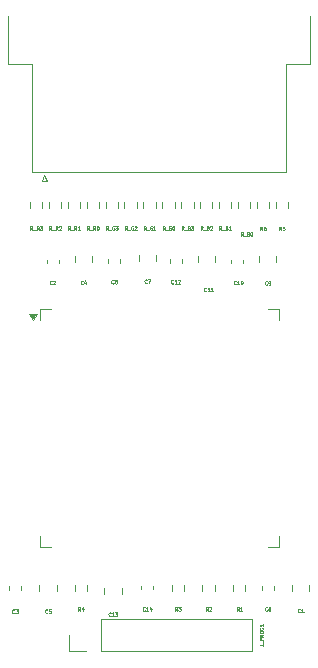
<source format=gbr>
%TF.GenerationSoftware,KiCad,Pcbnew,9.0.3*%
%TF.CreationDate,2025-12-13T00:06:23+05:30*%
%TF.ProjectId,vga,7667612e-6b69-4636-9164-5f7063625858,rev?*%
%TF.SameCoordinates,Original*%
%TF.FileFunction,Legend,Top*%
%TF.FilePolarity,Positive*%
%FSLAX46Y46*%
G04 Gerber Fmt 4.6, Leading zero omitted, Abs format (unit mm)*
G04 Created by KiCad (PCBNEW 9.0.3) date 2025-12-13 00:06:23*
%MOMM*%
%LPD*%
G01*
G04 APERTURE LIST*
%ADD10C,0.075000*%
%ADD11C,0.120000*%
G04 APERTURE END LIST*
D10*
X89305715Y-58274885D02*
X89205715Y-58132028D01*
X89134286Y-58274885D02*
X89134286Y-57974885D01*
X89134286Y-57974885D02*
X89248572Y-57974885D01*
X89248572Y-57974885D02*
X89277143Y-57989171D01*
X89277143Y-57989171D02*
X89291429Y-58003457D01*
X89291429Y-58003457D02*
X89305715Y-58032028D01*
X89305715Y-58032028D02*
X89305715Y-58074885D01*
X89305715Y-58074885D02*
X89291429Y-58103457D01*
X89291429Y-58103457D02*
X89277143Y-58117742D01*
X89277143Y-58117742D02*
X89248572Y-58132028D01*
X89248572Y-58132028D02*
X89134286Y-58132028D01*
X89362858Y-58303457D02*
X89591429Y-58303457D01*
X89834286Y-58274885D02*
X89734286Y-58132028D01*
X89662857Y-58274885D02*
X89662857Y-57974885D01*
X89662857Y-57974885D02*
X89777143Y-57974885D01*
X89777143Y-57974885D02*
X89805714Y-57989171D01*
X89805714Y-57989171D02*
X89820000Y-58003457D01*
X89820000Y-58003457D02*
X89834286Y-58032028D01*
X89834286Y-58032028D02*
X89834286Y-58074885D01*
X89834286Y-58074885D02*
X89820000Y-58103457D01*
X89820000Y-58103457D02*
X89805714Y-58117742D01*
X89805714Y-58117742D02*
X89777143Y-58132028D01*
X89777143Y-58132028D02*
X89662857Y-58132028D01*
X89948571Y-58003457D02*
X89962857Y-57989171D01*
X89962857Y-57989171D02*
X89991429Y-57974885D01*
X89991429Y-57974885D02*
X90062857Y-57974885D01*
X90062857Y-57974885D02*
X90091429Y-57989171D01*
X90091429Y-57989171D02*
X90105714Y-58003457D01*
X90105714Y-58003457D02*
X90120000Y-58032028D01*
X90120000Y-58032028D02*
X90120000Y-58060600D01*
X90120000Y-58060600D02*
X90105714Y-58103457D01*
X90105714Y-58103457D02*
X89934286Y-58274885D01*
X89934286Y-58274885D02*
X90120000Y-58274885D01*
X106934885Y-93411428D02*
X107149171Y-93411428D01*
X107149171Y-93411428D02*
X107192028Y-93425713D01*
X107192028Y-93425713D02*
X107220600Y-93454285D01*
X107220600Y-93454285D02*
X107234885Y-93497142D01*
X107234885Y-93497142D02*
X107234885Y-93525713D01*
X107263457Y-93340000D02*
X107263457Y-93111428D01*
X107234885Y-93040000D02*
X106934885Y-93040000D01*
X106934885Y-93040000D02*
X106934885Y-92925714D01*
X106934885Y-92925714D02*
X106949171Y-92897143D01*
X106949171Y-92897143D02*
X106963457Y-92882857D01*
X106963457Y-92882857D02*
X106992028Y-92868571D01*
X106992028Y-92868571D02*
X107034885Y-92868571D01*
X107034885Y-92868571D02*
X107063457Y-92882857D01*
X107063457Y-92882857D02*
X107077742Y-92897143D01*
X107077742Y-92897143D02*
X107092028Y-92925714D01*
X107092028Y-92925714D02*
X107092028Y-93040000D01*
X107234885Y-92568571D02*
X107092028Y-92668571D01*
X107234885Y-92740000D02*
X106934885Y-92740000D01*
X106934885Y-92740000D02*
X106934885Y-92625714D01*
X106934885Y-92625714D02*
X106949171Y-92597143D01*
X106949171Y-92597143D02*
X106963457Y-92582857D01*
X106963457Y-92582857D02*
X106992028Y-92568571D01*
X106992028Y-92568571D02*
X107034885Y-92568571D01*
X107034885Y-92568571D02*
X107063457Y-92582857D01*
X107063457Y-92582857D02*
X107077742Y-92597143D01*
X107077742Y-92597143D02*
X107092028Y-92625714D01*
X107092028Y-92625714D02*
X107092028Y-92740000D01*
X106934885Y-92382857D02*
X106934885Y-92325714D01*
X106934885Y-92325714D02*
X106949171Y-92297143D01*
X106949171Y-92297143D02*
X106977742Y-92268571D01*
X106977742Y-92268571D02*
X107034885Y-92254286D01*
X107034885Y-92254286D02*
X107134885Y-92254286D01*
X107134885Y-92254286D02*
X107192028Y-92268571D01*
X107192028Y-92268571D02*
X107220600Y-92297143D01*
X107220600Y-92297143D02*
X107234885Y-92325714D01*
X107234885Y-92325714D02*
X107234885Y-92382857D01*
X107234885Y-92382857D02*
X107220600Y-92411429D01*
X107220600Y-92411429D02*
X107192028Y-92440000D01*
X107192028Y-92440000D02*
X107134885Y-92454286D01*
X107134885Y-92454286D02*
X107034885Y-92454286D01*
X107034885Y-92454286D02*
X106977742Y-92440000D01*
X106977742Y-92440000D02*
X106949171Y-92411429D01*
X106949171Y-92411429D02*
X106934885Y-92382857D01*
X106949171Y-91968571D02*
X106934885Y-91997143D01*
X106934885Y-91997143D02*
X106934885Y-92040000D01*
X106934885Y-92040000D02*
X106949171Y-92082857D01*
X106949171Y-92082857D02*
X106977742Y-92111428D01*
X106977742Y-92111428D02*
X107006314Y-92125714D01*
X107006314Y-92125714D02*
X107063457Y-92140000D01*
X107063457Y-92140000D02*
X107106314Y-92140000D01*
X107106314Y-92140000D02*
X107163457Y-92125714D01*
X107163457Y-92125714D02*
X107192028Y-92111428D01*
X107192028Y-92111428D02*
X107220600Y-92082857D01*
X107220600Y-92082857D02*
X107234885Y-92040000D01*
X107234885Y-92040000D02*
X107234885Y-92011428D01*
X107234885Y-92011428D02*
X107220600Y-91968571D01*
X107220600Y-91968571D02*
X107206314Y-91954285D01*
X107206314Y-91954285D02*
X107106314Y-91954285D01*
X107106314Y-91954285D02*
X107106314Y-92011428D01*
X107234885Y-91668571D02*
X107234885Y-91840000D01*
X107234885Y-91754285D02*
X106934885Y-91754285D01*
X106934885Y-91754285D02*
X106977742Y-91782857D01*
X106977742Y-91782857D02*
X107006314Y-91811428D01*
X107006314Y-91811428D02*
X107020600Y-91840000D01*
X99970000Y-90524885D02*
X99870000Y-90382028D01*
X99798571Y-90524885D02*
X99798571Y-90224885D01*
X99798571Y-90224885D02*
X99912857Y-90224885D01*
X99912857Y-90224885D02*
X99941428Y-90239171D01*
X99941428Y-90239171D02*
X99955714Y-90253457D01*
X99955714Y-90253457D02*
X99970000Y-90282028D01*
X99970000Y-90282028D02*
X99970000Y-90324885D01*
X99970000Y-90324885D02*
X99955714Y-90353457D01*
X99955714Y-90353457D02*
X99941428Y-90367742D01*
X99941428Y-90367742D02*
X99912857Y-90382028D01*
X99912857Y-90382028D02*
X99798571Y-90382028D01*
X100070000Y-90224885D02*
X100255714Y-90224885D01*
X100255714Y-90224885D02*
X100155714Y-90339171D01*
X100155714Y-90339171D02*
X100198571Y-90339171D01*
X100198571Y-90339171D02*
X100227143Y-90353457D01*
X100227143Y-90353457D02*
X100241428Y-90367742D01*
X100241428Y-90367742D02*
X100255714Y-90396314D01*
X100255714Y-90396314D02*
X100255714Y-90467742D01*
X100255714Y-90467742D02*
X100241428Y-90496314D01*
X100241428Y-90496314D02*
X100227143Y-90510600D01*
X100227143Y-90510600D02*
X100198571Y-90524885D01*
X100198571Y-90524885D02*
X100112857Y-90524885D01*
X100112857Y-90524885D02*
X100084285Y-90510600D01*
X100084285Y-90510600D02*
X100070000Y-90496314D01*
X105170000Y-90524885D02*
X105070000Y-90382028D01*
X104998571Y-90524885D02*
X104998571Y-90224885D01*
X104998571Y-90224885D02*
X105112857Y-90224885D01*
X105112857Y-90224885D02*
X105141428Y-90239171D01*
X105141428Y-90239171D02*
X105155714Y-90253457D01*
X105155714Y-90253457D02*
X105170000Y-90282028D01*
X105170000Y-90282028D02*
X105170000Y-90324885D01*
X105170000Y-90324885D02*
X105155714Y-90353457D01*
X105155714Y-90353457D02*
X105141428Y-90367742D01*
X105141428Y-90367742D02*
X105112857Y-90382028D01*
X105112857Y-90382028D02*
X104998571Y-90382028D01*
X105455714Y-90524885D02*
X105284285Y-90524885D01*
X105370000Y-90524885D02*
X105370000Y-90224885D01*
X105370000Y-90224885D02*
X105341428Y-90267742D01*
X105341428Y-90267742D02*
X105312857Y-90296314D01*
X105312857Y-90296314D02*
X105284285Y-90310600D01*
X95705715Y-58274885D02*
X95605715Y-58132028D01*
X95534286Y-58274885D02*
X95534286Y-57974885D01*
X95534286Y-57974885D02*
X95648572Y-57974885D01*
X95648572Y-57974885D02*
X95677143Y-57989171D01*
X95677143Y-57989171D02*
X95691429Y-58003457D01*
X95691429Y-58003457D02*
X95705715Y-58032028D01*
X95705715Y-58032028D02*
X95705715Y-58074885D01*
X95705715Y-58074885D02*
X95691429Y-58103457D01*
X95691429Y-58103457D02*
X95677143Y-58117742D01*
X95677143Y-58117742D02*
X95648572Y-58132028D01*
X95648572Y-58132028D02*
X95534286Y-58132028D01*
X95762858Y-58303457D02*
X95991429Y-58303457D01*
X96220000Y-57989171D02*
X96191429Y-57974885D01*
X96191429Y-57974885D02*
X96148571Y-57974885D01*
X96148571Y-57974885D02*
X96105714Y-57989171D01*
X96105714Y-57989171D02*
X96077143Y-58017742D01*
X96077143Y-58017742D02*
X96062857Y-58046314D01*
X96062857Y-58046314D02*
X96048571Y-58103457D01*
X96048571Y-58103457D02*
X96048571Y-58146314D01*
X96048571Y-58146314D02*
X96062857Y-58203457D01*
X96062857Y-58203457D02*
X96077143Y-58232028D01*
X96077143Y-58232028D02*
X96105714Y-58260600D01*
X96105714Y-58260600D02*
X96148571Y-58274885D01*
X96148571Y-58274885D02*
X96177143Y-58274885D01*
X96177143Y-58274885D02*
X96220000Y-58260600D01*
X96220000Y-58260600D02*
X96234286Y-58246314D01*
X96234286Y-58246314D02*
X96234286Y-58146314D01*
X96234286Y-58146314D02*
X96177143Y-58146314D01*
X96348571Y-58003457D02*
X96362857Y-57989171D01*
X96362857Y-57989171D02*
X96391429Y-57974885D01*
X96391429Y-57974885D02*
X96462857Y-57974885D01*
X96462857Y-57974885D02*
X96491429Y-57989171D01*
X96491429Y-57989171D02*
X96505714Y-58003457D01*
X96505714Y-58003457D02*
X96520000Y-58032028D01*
X96520000Y-58032028D02*
X96520000Y-58060600D01*
X96520000Y-58060600D02*
X96505714Y-58103457D01*
X96505714Y-58103457D02*
X96334286Y-58274885D01*
X96334286Y-58274885D02*
X96520000Y-58274885D01*
X89370000Y-62846314D02*
X89355714Y-62860600D01*
X89355714Y-62860600D02*
X89312857Y-62874885D01*
X89312857Y-62874885D02*
X89284285Y-62874885D01*
X89284285Y-62874885D02*
X89241428Y-62860600D01*
X89241428Y-62860600D02*
X89212857Y-62832028D01*
X89212857Y-62832028D02*
X89198571Y-62803457D01*
X89198571Y-62803457D02*
X89184285Y-62746314D01*
X89184285Y-62746314D02*
X89184285Y-62703457D01*
X89184285Y-62703457D02*
X89198571Y-62646314D01*
X89198571Y-62646314D02*
X89212857Y-62617742D01*
X89212857Y-62617742D02*
X89241428Y-62589171D01*
X89241428Y-62589171D02*
X89284285Y-62574885D01*
X89284285Y-62574885D02*
X89312857Y-62574885D01*
X89312857Y-62574885D02*
X89355714Y-62589171D01*
X89355714Y-62589171D02*
X89370000Y-62603457D01*
X89484285Y-62603457D02*
X89498571Y-62589171D01*
X89498571Y-62589171D02*
X89527143Y-62574885D01*
X89527143Y-62574885D02*
X89598571Y-62574885D01*
X89598571Y-62574885D02*
X89627143Y-62589171D01*
X89627143Y-62589171D02*
X89641428Y-62603457D01*
X89641428Y-62603457D02*
X89655714Y-62632028D01*
X89655714Y-62632028D02*
X89655714Y-62660600D01*
X89655714Y-62660600D02*
X89641428Y-62703457D01*
X89641428Y-62703457D02*
X89470000Y-62874885D01*
X89470000Y-62874885D02*
X89655714Y-62874885D01*
X107170000Y-58299885D02*
X107070000Y-58157028D01*
X106998571Y-58299885D02*
X106998571Y-57999885D01*
X106998571Y-57999885D02*
X107112857Y-57999885D01*
X107112857Y-57999885D02*
X107141428Y-58014171D01*
X107141428Y-58014171D02*
X107155714Y-58028457D01*
X107155714Y-58028457D02*
X107170000Y-58057028D01*
X107170000Y-58057028D02*
X107170000Y-58099885D01*
X107170000Y-58099885D02*
X107155714Y-58128457D01*
X107155714Y-58128457D02*
X107141428Y-58142742D01*
X107141428Y-58142742D02*
X107112857Y-58157028D01*
X107112857Y-58157028D02*
X106998571Y-58157028D01*
X107427143Y-57999885D02*
X107370000Y-57999885D01*
X107370000Y-57999885D02*
X107341428Y-58014171D01*
X107341428Y-58014171D02*
X107327143Y-58028457D01*
X107327143Y-58028457D02*
X107298571Y-58071314D01*
X107298571Y-58071314D02*
X107284285Y-58128457D01*
X107284285Y-58128457D02*
X107284285Y-58242742D01*
X107284285Y-58242742D02*
X107298571Y-58271314D01*
X107298571Y-58271314D02*
X107312857Y-58285600D01*
X107312857Y-58285600D02*
X107341428Y-58299885D01*
X107341428Y-58299885D02*
X107398571Y-58299885D01*
X107398571Y-58299885D02*
X107427143Y-58285600D01*
X107427143Y-58285600D02*
X107441428Y-58271314D01*
X107441428Y-58271314D02*
X107455714Y-58242742D01*
X107455714Y-58242742D02*
X107455714Y-58171314D01*
X107455714Y-58171314D02*
X107441428Y-58142742D01*
X107441428Y-58142742D02*
X107427143Y-58128457D01*
X107427143Y-58128457D02*
X107398571Y-58114171D01*
X107398571Y-58114171D02*
X107341428Y-58114171D01*
X107341428Y-58114171D02*
X107312857Y-58128457D01*
X107312857Y-58128457D02*
X107298571Y-58142742D01*
X107298571Y-58142742D02*
X107284285Y-58171314D01*
X91970000Y-62846314D02*
X91955714Y-62860600D01*
X91955714Y-62860600D02*
X91912857Y-62874885D01*
X91912857Y-62874885D02*
X91884285Y-62874885D01*
X91884285Y-62874885D02*
X91841428Y-62860600D01*
X91841428Y-62860600D02*
X91812857Y-62832028D01*
X91812857Y-62832028D02*
X91798571Y-62803457D01*
X91798571Y-62803457D02*
X91784285Y-62746314D01*
X91784285Y-62746314D02*
X91784285Y-62703457D01*
X91784285Y-62703457D02*
X91798571Y-62646314D01*
X91798571Y-62646314D02*
X91812857Y-62617742D01*
X91812857Y-62617742D02*
X91841428Y-62589171D01*
X91841428Y-62589171D02*
X91884285Y-62574885D01*
X91884285Y-62574885D02*
X91912857Y-62574885D01*
X91912857Y-62574885D02*
X91955714Y-62589171D01*
X91955714Y-62589171D02*
X91970000Y-62603457D01*
X92227143Y-62674885D02*
X92227143Y-62874885D01*
X92155714Y-62560600D02*
X92084285Y-62774885D01*
X92084285Y-62774885D02*
X92270000Y-62774885D01*
X86170000Y-90696314D02*
X86155714Y-90710600D01*
X86155714Y-90710600D02*
X86112857Y-90724885D01*
X86112857Y-90724885D02*
X86084285Y-90724885D01*
X86084285Y-90724885D02*
X86041428Y-90710600D01*
X86041428Y-90710600D02*
X86012857Y-90682028D01*
X86012857Y-90682028D02*
X85998571Y-90653457D01*
X85998571Y-90653457D02*
X85984285Y-90596314D01*
X85984285Y-90596314D02*
X85984285Y-90553457D01*
X85984285Y-90553457D02*
X85998571Y-90496314D01*
X85998571Y-90496314D02*
X86012857Y-90467742D01*
X86012857Y-90467742D02*
X86041428Y-90439171D01*
X86041428Y-90439171D02*
X86084285Y-90424885D01*
X86084285Y-90424885D02*
X86112857Y-90424885D01*
X86112857Y-90424885D02*
X86155714Y-90439171D01*
X86155714Y-90439171D02*
X86170000Y-90453457D01*
X86270000Y-90424885D02*
X86455714Y-90424885D01*
X86455714Y-90424885D02*
X86355714Y-90539171D01*
X86355714Y-90539171D02*
X86398571Y-90539171D01*
X86398571Y-90539171D02*
X86427143Y-90553457D01*
X86427143Y-90553457D02*
X86441428Y-90567742D01*
X86441428Y-90567742D02*
X86455714Y-90596314D01*
X86455714Y-90596314D02*
X86455714Y-90667742D01*
X86455714Y-90667742D02*
X86441428Y-90696314D01*
X86441428Y-90696314D02*
X86427143Y-90710600D01*
X86427143Y-90710600D02*
X86398571Y-90724885D01*
X86398571Y-90724885D02*
X86312857Y-90724885D01*
X86312857Y-90724885D02*
X86284285Y-90710600D01*
X86284285Y-90710600D02*
X86270000Y-90696314D01*
X94105715Y-58274885D02*
X94005715Y-58132028D01*
X93934286Y-58274885D02*
X93934286Y-57974885D01*
X93934286Y-57974885D02*
X94048572Y-57974885D01*
X94048572Y-57974885D02*
X94077143Y-57989171D01*
X94077143Y-57989171D02*
X94091429Y-58003457D01*
X94091429Y-58003457D02*
X94105715Y-58032028D01*
X94105715Y-58032028D02*
X94105715Y-58074885D01*
X94105715Y-58074885D02*
X94091429Y-58103457D01*
X94091429Y-58103457D02*
X94077143Y-58117742D01*
X94077143Y-58117742D02*
X94048572Y-58132028D01*
X94048572Y-58132028D02*
X93934286Y-58132028D01*
X94162858Y-58303457D02*
X94391429Y-58303457D01*
X94620000Y-57989171D02*
X94591429Y-57974885D01*
X94591429Y-57974885D02*
X94548571Y-57974885D01*
X94548571Y-57974885D02*
X94505714Y-57989171D01*
X94505714Y-57989171D02*
X94477143Y-58017742D01*
X94477143Y-58017742D02*
X94462857Y-58046314D01*
X94462857Y-58046314D02*
X94448571Y-58103457D01*
X94448571Y-58103457D02*
X94448571Y-58146314D01*
X94448571Y-58146314D02*
X94462857Y-58203457D01*
X94462857Y-58203457D02*
X94477143Y-58232028D01*
X94477143Y-58232028D02*
X94505714Y-58260600D01*
X94505714Y-58260600D02*
X94548571Y-58274885D01*
X94548571Y-58274885D02*
X94577143Y-58274885D01*
X94577143Y-58274885D02*
X94620000Y-58260600D01*
X94620000Y-58260600D02*
X94634286Y-58246314D01*
X94634286Y-58246314D02*
X94634286Y-58146314D01*
X94634286Y-58146314D02*
X94577143Y-58146314D01*
X94734286Y-57974885D02*
X94920000Y-57974885D01*
X94920000Y-57974885D02*
X94820000Y-58089171D01*
X94820000Y-58089171D02*
X94862857Y-58089171D01*
X94862857Y-58089171D02*
X94891429Y-58103457D01*
X94891429Y-58103457D02*
X94905714Y-58117742D01*
X94905714Y-58117742D02*
X94920000Y-58146314D01*
X94920000Y-58146314D02*
X94920000Y-58217742D01*
X94920000Y-58217742D02*
X94905714Y-58246314D01*
X94905714Y-58246314D02*
X94891429Y-58260600D01*
X94891429Y-58260600D02*
X94862857Y-58274885D01*
X94862857Y-58274885D02*
X94777143Y-58274885D01*
X94777143Y-58274885D02*
X94748571Y-58260600D01*
X94748571Y-58260600D02*
X94734286Y-58246314D01*
X102105715Y-58274885D02*
X102005715Y-58132028D01*
X101934286Y-58274885D02*
X101934286Y-57974885D01*
X101934286Y-57974885D02*
X102048572Y-57974885D01*
X102048572Y-57974885D02*
X102077143Y-57989171D01*
X102077143Y-57989171D02*
X102091429Y-58003457D01*
X102091429Y-58003457D02*
X102105715Y-58032028D01*
X102105715Y-58032028D02*
X102105715Y-58074885D01*
X102105715Y-58074885D02*
X102091429Y-58103457D01*
X102091429Y-58103457D02*
X102077143Y-58117742D01*
X102077143Y-58117742D02*
X102048572Y-58132028D01*
X102048572Y-58132028D02*
X101934286Y-58132028D01*
X102162858Y-58303457D02*
X102391429Y-58303457D01*
X102562857Y-58117742D02*
X102605714Y-58132028D01*
X102605714Y-58132028D02*
X102620000Y-58146314D01*
X102620000Y-58146314D02*
X102634286Y-58174885D01*
X102634286Y-58174885D02*
X102634286Y-58217742D01*
X102634286Y-58217742D02*
X102620000Y-58246314D01*
X102620000Y-58246314D02*
X102605714Y-58260600D01*
X102605714Y-58260600D02*
X102577143Y-58274885D01*
X102577143Y-58274885D02*
X102462857Y-58274885D01*
X102462857Y-58274885D02*
X102462857Y-57974885D01*
X102462857Y-57974885D02*
X102562857Y-57974885D01*
X102562857Y-57974885D02*
X102591429Y-57989171D01*
X102591429Y-57989171D02*
X102605714Y-58003457D01*
X102605714Y-58003457D02*
X102620000Y-58032028D01*
X102620000Y-58032028D02*
X102620000Y-58060600D01*
X102620000Y-58060600D02*
X102605714Y-58089171D01*
X102605714Y-58089171D02*
X102591429Y-58103457D01*
X102591429Y-58103457D02*
X102562857Y-58117742D01*
X102562857Y-58117742D02*
X102462857Y-58117742D01*
X102748571Y-58003457D02*
X102762857Y-57989171D01*
X102762857Y-57989171D02*
X102791429Y-57974885D01*
X102791429Y-57974885D02*
X102862857Y-57974885D01*
X102862857Y-57974885D02*
X102891429Y-57989171D01*
X102891429Y-57989171D02*
X102905714Y-58003457D01*
X102905714Y-58003457D02*
X102920000Y-58032028D01*
X102920000Y-58032028D02*
X102920000Y-58060600D01*
X102920000Y-58060600D02*
X102905714Y-58103457D01*
X102905714Y-58103457D02*
X102734286Y-58274885D01*
X102734286Y-58274885D02*
X102920000Y-58274885D01*
X107570000Y-62896314D02*
X107555714Y-62910600D01*
X107555714Y-62910600D02*
X107512857Y-62924885D01*
X107512857Y-62924885D02*
X107484285Y-62924885D01*
X107484285Y-62924885D02*
X107441428Y-62910600D01*
X107441428Y-62910600D02*
X107412857Y-62882028D01*
X107412857Y-62882028D02*
X107398571Y-62853457D01*
X107398571Y-62853457D02*
X107384285Y-62796314D01*
X107384285Y-62796314D02*
X107384285Y-62753457D01*
X107384285Y-62753457D02*
X107398571Y-62696314D01*
X107398571Y-62696314D02*
X107412857Y-62667742D01*
X107412857Y-62667742D02*
X107441428Y-62639171D01*
X107441428Y-62639171D02*
X107484285Y-62624885D01*
X107484285Y-62624885D02*
X107512857Y-62624885D01*
X107512857Y-62624885D02*
X107555714Y-62639171D01*
X107555714Y-62639171D02*
X107570000Y-62653457D01*
X107712857Y-62924885D02*
X107770000Y-62924885D01*
X107770000Y-62924885D02*
X107798571Y-62910600D01*
X107798571Y-62910600D02*
X107812857Y-62896314D01*
X107812857Y-62896314D02*
X107841428Y-62853457D01*
X107841428Y-62853457D02*
X107855714Y-62796314D01*
X107855714Y-62796314D02*
X107855714Y-62682028D01*
X107855714Y-62682028D02*
X107841428Y-62653457D01*
X107841428Y-62653457D02*
X107827143Y-62639171D01*
X107827143Y-62639171D02*
X107798571Y-62624885D01*
X107798571Y-62624885D02*
X107741428Y-62624885D01*
X107741428Y-62624885D02*
X107712857Y-62639171D01*
X107712857Y-62639171D02*
X107698571Y-62653457D01*
X107698571Y-62653457D02*
X107684285Y-62682028D01*
X107684285Y-62682028D02*
X107684285Y-62753457D01*
X107684285Y-62753457D02*
X107698571Y-62782028D01*
X107698571Y-62782028D02*
X107712857Y-62796314D01*
X107712857Y-62796314D02*
X107741428Y-62810600D01*
X107741428Y-62810600D02*
X107798571Y-62810600D01*
X107798571Y-62810600D02*
X107827143Y-62796314D01*
X107827143Y-62796314D02*
X107841428Y-62782028D01*
X107841428Y-62782028D02*
X107855714Y-62753457D01*
X90905715Y-58274885D02*
X90805715Y-58132028D01*
X90734286Y-58274885D02*
X90734286Y-57974885D01*
X90734286Y-57974885D02*
X90848572Y-57974885D01*
X90848572Y-57974885D02*
X90877143Y-57989171D01*
X90877143Y-57989171D02*
X90891429Y-58003457D01*
X90891429Y-58003457D02*
X90905715Y-58032028D01*
X90905715Y-58032028D02*
X90905715Y-58074885D01*
X90905715Y-58074885D02*
X90891429Y-58103457D01*
X90891429Y-58103457D02*
X90877143Y-58117742D01*
X90877143Y-58117742D02*
X90848572Y-58132028D01*
X90848572Y-58132028D02*
X90734286Y-58132028D01*
X90962858Y-58303457D02*
X91191429Y-58303457D01*
X91434286Y-58274885D02*
X91334286Y-58132028D01*
X91262857Y-58274885D02*
X91262857Y-57974885D01*
X91262857Y-57974885D02*
X91377143Y-57974885D01*
X91377143Y-57974885D02*
X91405714Y-57989171D01*
X91405714Y-57989171D02*
X91420000Y-58003457D01*
X91420000Y-58003457D02*
X91434286Y-58032028D01*
X91434286Y-58032028D02*
X91434286Y-58074885D01*
X91434286Y-58074885D02*
X91420000Y-58103457D01*
X91420000Y-58103457D02*
X91405714Y-58117742D01*
X91405714Y-58117742D02*
X91377143Y-58132028D01*
X91377143Y-58132028D02*
X91262857Y-58132028D01*
X91720000Y-58274885D02*
X91548571Y-58274885D01*
X91634286Y-58274885D02*
X91634286Y-57974885D01*
X91634286Y-57974885D02*
X91605714Y-58017742D01*
X91605714Y-58017742D02*
X91577143Y-58046314D01*
X91577143Y-58046314D02*
X91548571Y-58060600D01*
X102570000Y-90524885D02*
X102470000Y-90382028D01*
X102398571Y-90524885D02*
X102398571Y-90224885D01*
X102398571Y-90224885D02*
X102512857Y-90224885D01*
X102512857Y-90224885D02*
X102541428Y-90239171D01*
X102541428Y-90239171D02*
X102555714Y-90253457D01*
X102555714Y-90253457D02*
X102570000Y-90282028D01*
X102570000Y-90282028D02*
X102570000Y-90324885D01*
X102570000Y-90324885D02*
X102555714Y-90353457D01*
X102555714Y-90353457D02*
X102541428Y-90367742D01*
X102541428Y-90367742D02*
X102512857Y-90382028D01*
X102512857Y-90382028D02*
X102398571Y-90382028D01*
X102684285Y-90253457D02*
X102698571Y-90239171D01*
X102698571Y-90239171D02*
X102727143Y-90224885D01*
X102727143Y-90224885D02*
X102798571Y-90224885D01*
X102798571Y-90224885D02*
X102827143Y-90239171D01*
X102827143Y-90239171D02*
X102841428Y-90253457D01*
X102841428Y-90253457D02*
X102855714Y-90282028D01*
X102855714Y-90282028D02*
X102855714Y-90310600D01*
X102855714Y-90310600D02*
X102841428Y-90353457D01*
X102841428Y-90353457D02*
X102670000Y-90524885D01*
X102670000Y-90524885D02*
X102855714Y-90524885D01*
X94570000Y-62796314D02*
X94555714Y-62810600D01*
X94555714Y-62810600D02*
X94512857Y-62824885D01*
X94512857Y-62824885D02*
X94484285Y-62824885D01*
X94484285Y-62824885D02*
X94441428Y-62810600D01*
X94441428Y-62810600D02*
X94412857Y-62782028D01*
X94412857Y-62782028D02*
X94398571Y-62753457D01*
X94398571Y-62753457D02*
X94384285Y-62696314D01*
X94384285Y-62696314D02*
X94384285Y-62653457D01*
X94384285Y-62653457D02*
X94398571Y-62596314D01*
X94398571Y-62596314D02*
X94412857Y-62567742D01*
X94412857Y-62567742D02*
X94441428Y-62539171D01*
X94441428Y-62539171D02*
X94484285Y-62524885D01*
X94484285Y-62524885D02*
X94512857Y-62524885D01*
X94512857Y-62524885D02*
X94555714Y-62539171D01*
X94555714Y-62539171D02*
X94570000Y-62553457D01*
X94741428Y-62653457D02*
X94712857Y-62639171D01*
X94712857Y-62639171D02*
X94698571Y-62624885D01*
X94698571Y-62624885D02*
X94684285Y-62596314D01*
X94684285Y-62596314D02*
X94684285Y-62582028D01*
X94684285Y-62582028D02*
X94698571Y-62553457D01*
X94698571Y-62553457D02*
X94712857Y-62539171D01*
X94712857Y-62539171D02*
X94741428Y-62524885D01*
X94741428Y-62524885D02*
X94798571Y-62524885D01*
X94798571Y-62524885D02*
X94827143Y-62539171D01*
X94827143Y-62539171D02*
X94841428Y-62553457D01*
X94841428Y-62553457D02*
X94855714Y-62582028D01*
X94855714Y-62582028D02*
X94855714Y-62596314D01*
X94855714Y-62596314D02*
X94841428Y-62624885D01*
X94841428Y-62624885D02*
X94827143Y-62639171D01*
X94827143Y-62639171D02*
X94798571Y-62653457D01*
X94798571Y-62653457D02*
X94741428Y-62653457D01*
X94741428Y-62653457D02*
X94712857Y-62667742D01*
X94712857Y-62667742D02*
X94698571Y-62682028D01*
X94698571Y-62682028D02*
X94684285Y-62710600D01*
X94684285Y-62710600D02*
X94684285Y-62767742D01*
X94684285Y-62767742D02*
X94698571Y-62796314D01*
X94698571Y-62796314D02*
X94712857Y-62810600D01*
X94712857Y-62810600D02*
X94741428Y-62824885D01*
X94741428Y-62824885D02*
X94798571Y-62824885D01*
X94798571Y-62824885D02*
X94827143Y-62810600D01*
X94827143Y-62810600D02*
X94841428Y-62796314D01*
X94841428Y-62796314D02*
X94855714Y-62767742D01*
X94855714Y-62767742D02*
X94855714Y-62710600D01*
X94855714Y-62710600D02*
X94841428Y-62682028D01*
X94841428Y-62682028D02*
X94827143Y-62667742D01*
X94827143Y-62667742D02*
X94798571Y-62653457D01*
X104927143Y-62846314D02*
X104912857Y-62860600D01*
X104912857Y-62860600D02*
X104870000Y-62874885D01*
X104870000Y-62874885D02*
X104841428Y-62874885D01*
X104841428Y-62874885D02*
X104798571Y-62860600D01*
X104798571Y-62860600D02*
X104770000Y-62832028D01*
X104770000Y-62832028D02*
X104755714Y-62803457D01*
X104755714Y-62803457D02*
X104741428Y-62746314D01*
X104741428Y-62746314D02*
X104741428Y-62703457D01*
X104741428Y-62703457D02*
X104755714Y-62646314D01*
X104755714Y-62646314D02*
X104770000Y-62617742D01*
X104770000Y-62617742D02*
X104798571Y-62589171D01*
X104798571Y-62589171D02*
X104841428Y-62574885D01*
X104841428Y-62574885D02*
X104870000Y-62574885D01*
X104870000Y-62574885D02*
X104912857Y-62589171D01*
X104912857Y-62589171D02*
X104927143Y-62603457D01*
X105212857Y-62874885D02*
X105041428Y-62874885D01*
X105127143Y-62874885D02*
X105127143Y-62574885D01*
X105127143Y-62574885D02*
X105098571Y-62617742D01*
X105098571Y-62617742D02*
X105070000Y-62646314D01*
X105070000Y-62646314D02*
X105041428Y-62660600D01*
X105398571Y-62574885D02*
X105427142Y-62574885D01*
X105427142Y-62574885D02*
X105455714Y-62589171D01*
X105455714Y-62589171D02*
X105470000Y-62603457D01*
X105470000Y-62603457D02*
X105484285Y-62632028D01*
X105484285Y-62632028D02*
X105498571Y-62689171D01*
X105498571Y-62689171D02*
X105498571Y-62760600D01*
X105498571Y-62760600D02*
X105484285Y-62817742D01*
X105484285Y-62817742D02*
X105470000Y-62846314D01*
X105470000Y-62846314D02*
X105455714Y-62860600D01*
X105455714Y-62860600D02*
X105427142Y-62874885D01*
X105427142Y-62874885D02*
X105398571Y-62874885D01*
X105398571Y-62874885D02*
X105370000Y-62860600D01*
X105370000Y-62860600D02*
X105355714Y-62846314D01*
X105355714Y-62846314D02*
X105341428Y-62817742D01*
X105341428Y-62817742D02*
X105327142Y-62760600D01*
X105327142Y-62760600D02*
X105327142Y-62689171D01*
X105327142Y-62689171D02*
X105341428Y-62632028D01*
X105341428Y-62632028D02*
X105355714Y-62603457D01*
X105355714Y-62603457D02*
X105370000Y-62589171D01*
X105370000Y-62589171D02*
X105398571Y-62574885D01*
X91770000Y-90524885D02*
X91670000Y-90382028D01*
X91598571Y-90524885D02*
X91598571Y-90224885D01*
X91598571Y-90224885D02*
X91712857Y-90224885D01*
X91712857Y-90224885D02*
X91741428Y-90239171D01*
X91741428Y-90239171D02*
X91755714Y-90253457D01*
X91755714Y-90253457D02*
X91770000Y-90282028D01*
X91770000Y-90282028D02*
X91770000Y-90324885D01*
X91770000Y-90324885D02*
X91755714Y-90353457D01*
X91755714Y-90353457D02*
X91741428Y-90367742D01*
X91741428Y-90367742D02*
X91712857Y-90382028D01*
X91712857Y-90382028D02*
X91598571Y-90382028D01*
X92027143Y-90324885D02*
X92027143Y-90524885D01*
X91955714Y-90210600D02*
X91884285Y-90424885D01*
X91884285Y-90424885D02*
X92070000Y-90424885D01*
X97370000Y-62746314D02*
X97355714Y-62760600D01*
X97355714Y-62760600D02*
X97312857Y-62774885D01*
X97312857Y-62774885D02*
X97284285Y-62774885D01*
X97284285Y-62774885D02*
X97241428Y-62760600D01*
X97241428Y-62760600D02*
X97212857Y-62732028D01*
X97212857Y-62732028D02*
X97198571Y-62703457D01*
X97198571Y-62703457D02*
X97184285Y-62646314D01*
X97184285Y-62646314D02*
X97184285Y-62603457D01*
X97184285Y-62603457D02*
X97198571Y-62546314D01*
X97198571Y-62546314D02*
X97212857Y-62517742D01*
X97212857Y-62517742D02*
X97241428Y-62489171D01*
X97241428Y-62489171D02*
X97284285Y-62474885D01*
X97284285Y-62474885D02*
X97312857Y-62474885D01*
X97312857Y-62474885D02*
X97355714Y-62489171D01*
X97355714Y-62489171D02*
X97370000Y-62503457D01*
X97470000Y-62474885D02*
X97670000Y-62474885D01*
X97670000Y-62474885D02*
X97541428Y-62774885D01*
X99627143Y-62796314D02*
X99612857Y-62810600D01*
X99612857Y-62810600D02*
X99570000Y-62824885D01*
X99570000Y-62824885D02*
X99541428Y-62824885D01*
X99541428Y-62824885D02*
X99498571Y-62810600D01*
X99498571Y-62810600D02*
X99470000Y-62782028D01*
X99470000Y-62782028D02*
X99455714Y-62753457D01*
X99455714Y-62753457D02*
X99441428Y-62696314D01*
X99441428Y-62696314D02*
X99441428Y-62653457D01*
X99441428Y-62653457D02*
X99455714Y-62596314D01*
X99455714Y-62596314D02*
X99470000Y-62567742D01*
X99470000Y-62567742D02*
X99498571Y-62539171D01*
X99498571Y-62539171D02*
X99541428Y-62524885D01*
X99541428Y-62524885D02*
X99570000Y-62524885D01*
X99570000Y-62524885D02*
X99612857Y-62539171D01*
X99612857Y-62539171D02*
X99627143Y-62553457D01*
X99912857Y-62824885D02*
X99741428Y-62824885D01*
X99827143Y-62824885D02*
X99827143Y-62524885D01*
X99827143Y-62524885D02*
X99798571Y-62567742D01*
X99798571Y-62567742D02*
X99770000Y-62596314D01*
X99770000Y-62596314D02*
X99741428Y-62610600D01*
X100027142Y-62553457D02*
X100041428Y-62539171D01*
X100041428Y-62539171D02*
X100070000Y-62524885D01*
X100070000Y-62524885D02*
X100141428Y-62524885D01*
X100141428Y-62524885D02*
X100170000Y-62539171D01*
X100170000Y-62539171D02*
X100184285Y-62553457D01*
X100184285Y-62553457D02*
X100198571Y-62582028D01*
X100198571Y-62582028D02*
X100198571Y-62610600D01*
X100198571Y-62610600D02*
X100184285Y-62653457D01*
X100184285Y-62653457D02*
X100012857Y-62824885D01*
X100012857Y-62824885D02*
X100198571Y-62824885D01*
X88970000Y-90696314D02*
X88955714Y-90710600D01*
X88955714Y-90710600D02*
X88912857Y-90724885D01*
X88912857Y-90724885D02*
X88884285Y-90724885D01*
X88884285Y-90724885D02*
X88841428Y-90710600D01*
X88841428Y-90710600D02*
X88812857Y-90682028D01*
X88812857Y-90682028D02*
X88798571Y-90653457D01*
X88798571Y-90653457D02*
X88784285Y-90596314D01*
X88784285Y-90596314D02*
X88784285Y-90553457D01*
X88784285Y-90553457D02*
X88798571Y-90496314D01*
X88798571Y-90496314D02*
X88812857Y-90467742D01*
X88812857Y-90467742D02*
X88841428Y-90439171D01*
X88841428Y-90439171D02*
X88884285Y-90424885D01*
X88884285Y-90424885D02*
X88912857Y-90424885D01*
X88912857Y-90424885D02*
X88955714Y-90439171D01*
X88955714Y-90439171D02*
X88970000Y-90453457D01*
X89241428Y-90424885D02*
X89098571Y-90424885D01*
X89098571Y-90424885D02*
X89084285Y-90567742D01*
X89084285Y-90567742D02*
X89098571Y-90553457D01*
X89098571Y-90553457D02*
X89127143Y-90539171D01*
X89127143Y-90539171D02*
X89198571Y-90539171D01*
X89198571Y-90539171D02*
X89227143Y-90553457D01*
X89227143Y-90553457D02*
X89241428Y-90567742D01*
X89241428Y-90567742D02*
X89255714Y-90596314D01*
X89255714Y-90596314D02*
X89255714Y-90667742D01*
X89255714Y-90667742D02*
X89241428Y-90696314D01*
X89241428Y-90696314D02*
X89227143Y-90710600D01*
X89227143Y-90710600D02*
X89198571Y-90724885D01*
X89198571Y-90724885D02*
X89127143Y-90724885D01*
X89127143Y-90724885D02*
X89098571Y-90710600D01*
X89098571Y-90710600D02*
X89084285Y-90696314D01*
X92505715Y-58274885D02*
X92405715Y-58132028D01*
X92334286Y-58274885D02*
X92334286Y-57974885D01*
X92334286Y-57974885D02*
X92448572Y-57974885D01*
X92448572Y-57974885D02*
X92477143Y-57989171D01*
X92477143Y-57989171D02*
X92491429Y-58003457D01*
X92491429Y-58003457D02*
X92505715Y-58032028D01*
X92505715Y-58032028D02*
X92505715Y-58074885D01*
X92505715Y-58074885D02*
X92491429Y-58103457D01*
X92491429Y-58103457D02*
X92477143Y-58117742D01*
X92477143Y-58117742D02*
X92448572Y-58132028D01*
X92448572Y-58132028D02*
X92334286Y-58132028D01*
X92562858Y-58303457D02*
X92791429Y-58303457D01*
X93034286Y-58274885D02*
X92934286Y-58132028D01*
X92862857Y-58274885D02*
X92862857Y-57974885D01*
X92862857Y-57974885D02*
X92977143Y-57974885D01*
X92977143Y-57974885D02*
X93005714Y-57989171D01*
X93005714Y-57989171D02*
X93020000Y-58003457D01*
X93020000Y-58003457D02*
X93034286Y-58032028D01*
X93034286Y-58032028D02*
X93034286Y-58074885D01*
X93034286Y-58074885D02*
X93020000Y-58103457D01*
X93020000Y-58103457D02*
X93005714Y-58117742D01*
X93005714Y-58117742D02*
X92977143Y-58132028D01*
X92977143Y-58132028D02*
X92862857Y-58132028D01*
X93220000Y-57974885D02*
X93248571Y-57974885D01*
X93248571Y-57974885D02*
X93277143Y-57989171D01*
X93277143Y-57989171D02*
X93291429Y-58003457D01*
X93291429Y-58003457D02*
X93305714Y-58032028D01*
X93305714Y-58032028D02*
X93320000Y-58089171D01*
X93320000Y-58089171D02*
X93320000Y-58160600D01*
X93320000Y-58160600D02*
X93305714Y-58217742D01*
X93305714Y-58217742D02*
X93291429Y-58246314D01*
X93291429Y-58246314D02*
X93277143Y-58260600D01*
X93277143Y-58260600D02*
X93248571Y-58274885D01*
X93248571Y-58274885D02*
X93220000Y-58274885D01*
X93220000Y-58274885D02*
X93191429Y-58260600D01*
X93191429Y-58260600D02*
X93177143Y-58246314D01*
X93177143Y-58246314D02*
X93162857Y-58217742D01*
X93162857Y-58217742D02*
X93148571Y-58160600D01*
X93148571Y-58160600D02*
X93148571Y-58089171D01*
X93148571Y-58089171D02*
X93162857Y-58032028D01*
X93162857Y-58032028D02*
X93177143Y-58003457D01*
X93177143Y-58003457D02*
X93191429Y-57989171D01*
X93191429Y-57989171D02*
X93220000Y-57974885D01*
X100505715Y-58274885D02*
X100405715Y-58132028D01*
X100334286Y-58274885D02*
X100334286Y-57974885D01*
X100334286Y-57974885D02*
X100448572Y-57974885D01*
X100448572Y-57974885D02*
X100477143Y-57989171D01*
X100477143Y-57989171D02*
X100491429Y-58003457D01*
X100491429Y-58003457D02*
X100505715Y-58032028D01*
X100505715Y-58032028D02*
X100505715Y-58074885D01*
X100505715Y-58074885D02*
X100491429Y-58103457D01*
X100491429Y-58103457D02*
X100477143Y-58117742D01*
X100477143Y-58117742D02*
X100448572Y-58132028D01*
X100448572Y-58132028D02*
X100334286Y-58132028D01*
X100562858Y-58303457D02*
X100791429Y-58303457D01*
X100962857Y-58117742D02*
X101005714Y-58132028D01*
X101005714Y-58132028D02*
X101020000Y-58146314D01*
X101020000Y-58146314D02*
X101034286Y-58174885D01*
X101034286Y-58174885D02*
X101034286Y-58217742D01*
X101034286Y-58217742D02*
X101020000Y-58246314D01*
X101020000Y-58246314D02*
X101005714Y-58260600D01*
X101005714Y-58260600D02*
X100977143Y-58274885D01*
X100977143Y-58274885D02*
X100862857Y-58274885D01*
X100862857Y-58274885D02*
X100862857Y-57974885D01*
X100862857Y-57974885D02*
X100962857Y-57974885D01*
X100962857Y-57974885D02*
X100991429Y-57989171D01*
X100991429Y-57989171D02*
X101005714Y-58003457D01*
X101005714Y-58003457D02*
X101020000Y-58032028D01*
X101020000Y-58032028D02*
X101020000Y-58060600D01*
X101020000Y-58060600D02*
X101005714Y-58089171D01*
X101005714Y-58089171D02*
X100991429Y-58103457D01*
X100991429Y-58103457D02*
X100962857Y-58117742D01*
X100962857Y-58117742D02*
X100862857Y-58117742D01*
X101134286Y-57974885D02*
X101320000Y-57974885D01*
X101320000Y-57974885D02*
X101220000Y-58089171D01*
X101220000Y-58089171D02*
X101262857Y-58089171D01*
X101262857Y-58089171D02*
X101291429Y-58103457D01*
X101291429Y-58103457D02*
X101305714Y-58117742D01*
X101305714Y-58117742D02*
X101320000Y-58146314D01*
X101320000Y-58146314D02*
X101320000Y-58217742D01*
X101320000Y-58217742D02*
X101305714Y-58246314D01*
X101305714Y-58246314D02*
X101291429Y-58260600D01*
X101291429Y-58260600D02*
X101262857Y-58274885D01*
X101262857Y-58274885D02*
X101177143Y-58274885D01*
X101177143Y-58274885D02*
X101148571Y-58260600D01*
X101148571Y-58260600D02*
X101134286Y-58246314D01*
X102427143Y-63446314D02*
X102412857Y-63460600D01*
X102412857Y-63460600D02*
X102370000Y-63474885D01*
X102370000Y-63474885D02*
X102341428Y-63474885D01*
X102341428Y-63474885D02*
X102298571Y-63460600D01*
X102298571Y-63460600D02*
X102270000Y-63432028D01*
X102270000Y-63432028D02*
X102255714Y-63403457D01*
X102255714Y-63403457D02*
X102241428Y-63346314D01*
X102241428Y-63346314D02*
X102241428Y-63303457D01*
X102241428Y-63303457D02*
X102255714Y-63246314D01*
X102255714Y-63246314D02*
X102270000Y-63217742D01*
X102270000Y-63217742D02*
X102298571Y-63189171D01*
X102298571Y-63189171D02*
X102341428Y-63174885D01*
X102341428Y-63174885D02*
X102370000Y-63174885D01*
X102370000Y-63174885D02*
X102412857Y-63189171D01*
X102412857Y-63189171D02*
X102427143Y-63203457D01*
X102712857Y-63474885D02*
X102541428Y-63474885D01*
X102627143Y-63474885D02*
X102627143Y-63174885D01*
X102627143Y-63174885D02*
X102598571Y-63217742D01*
X102598571Y-63217742D02*
X102570000Y-63246314D01*
X102570000Y-63246314D02*
X102541428Y-63260600D01*
X102998571Y-63474885D02*
X102827142Y-63474885D01*
X102912857Y-63474885D02*
X102912857Y-63174885D01*
X102912857Y-63174885D02*
X102884285Y-63217742D01*
X102884285Y-63217742D02*
X102855714Y-63246314D01*
X102855714Y-63246314D02*
X102827142Y-63260600D01*
X107570000Y-90496314D02*
X107555714Y-90510600D01*
X107555714Y-90510600D02*
X107512857Y-90524885D01*
X107512857Y-90524885D02*
X107484285Y-90524885D01*
X107484285Y-90524885D02*
X107441428Y-90510600D01*
X107441428Y-90510600D02*
X107412857Y-90482028D01*
X107412857Y-90482028D02*
X107398571Y-90453457D01*
X107398571Y-90453457D02*
X107384285Y-90396314D01*
X107384285Y-90396314D02*
X107384285Y-90353457D01*
X107384285Y-90353457D02*
X107398571Y-90296314D01*
X107398571Y-90296314D02*
X107412857Y-90267742D01*
X107412857Y-90267742D02*
X107441428Y-90239171D01*
X107441428Y-90239171D02*
X107484285Y-90224885D01*
X107484285Y-90224885D02*
X107512857Y-90224885D01*
X107512857Y-90224885D02*
X107555714Y-90239171D01*
X107555714Y-90239171D02*
X107570000Y-90253457D01*
X107827143Y-90224885D02*
X107770000Y-90224885D01*
X107770000Y-90224885D02*
X107741428Y-90239171D01*
X107741428Y-90239171D02*
X107727143Y-90253457D01*
X107727143Y-90253457D02*
X107698571Y-90296314D01*
X107698571Y-90296314D02*
X107684285Y-90353457D01*
X107684285Y-90353457D02*
X107684285Y-90467742D01*
X107684285Y-90467742D02*
X107698571Y-90496314D01*
X107698571Y-90496314D02*
X107712857Y-90510600D01*
X107712857Y-90510600D02*
X107741428Y-90524885D01*
X107741428Y-90524885D02*
X107798571Y-90524885D01*
X107798571Y-90524885D02*
X107827143Y-90510600D01*
X107827143Y-90510600D02*
X107841428Y-90496314D01*
X107841428Y-90496314D02*
X107855714Y-90467742D01*
X107855714Y-90467742D02*
X107855714Y-90396314D01*
X107855714Y-90396314D02*
X107841428Y-90367742D01*
X107841428Y-90367742D02*
X107827143Y-90353457D01*
X107827143Y-90353457D02*
X107798571Y-90339171D01*
X107798571Y-90339171D02*
X107741428Y-90339171D01*
X107741428Y-90339171D02*
X107712857Y-90353457D01*
X107712857Y-90353457D02*
X107698571Y-90367742D01*
X107698571Y-90367742D02*
X107684285Y-90396314D01*
X105505715Y-58774885D02*
X105405715Y-58632028D01*
X105334286Y-58774885D02*
X105334286Y-58474885D01*
X105334286Y-58474885D02*
X105448572Y-58474885D01*
X105448572Y-58474885D02*
X105477143Y-58489171D01*
X105477143Y-58489171D02*
X105491429Y-58503457D01*
X105491429Y-58503457D02*
X105505715Y-58532028D01*
X105505715Y-58532028D02*
X105505715Y-58574885D01*
X105505715Y-58574885D02*
X105491429Y-58603457D01*
X105491429Y-58603457D02*
X105477143Y-58617742D01*
X105477143Y-58617742D02*
X105448572Y-58632028D01*
X105448572Y-58632028D02*
X105334286Y-58632028D01*
X105562858Y-58803457D02*
X105791429Y-58803457D01*
X105962857Y-58617742D02*
X106005714Y-58632028D01*
X106005714Y-58632028D02*
X106020000Y-58646314D01*
X106020000Y-58646314D02*
X106034286Y-58674885D01*
X106034286Y-58674885D02*
X106034286Y-58717742D01*
X106034286Y-58717742D02*
X106020000Y-58746314D01*
X106020000Y-58746314D02*
X106005714Y-58760600D01*
X106005714Y-58760600D02*
X105977143Y-58774885D01*
X105977143Y-58774885D02*
X105862857Y-58774885D01*
X105862857Y-58774885D02*
X105862857Y-58474885D01*
X105862857Y-58474885D02*
X105962857Y-58474885D01*
X105962857Y-58474885D02*
X105991429Y-58489171D01*
X105991429Y-58489171D02*
X106005714Y-58503457D01*
X106005714Y-58503457D02*
X106020000Y-58532028D01*
X106020000Y-58532028D02*
X106020000Y-58560600D01*
X106020000Y-58560600D02*
X106005714Y-58589171D01*
X106005714Y-58589171D02*
X105991429Y-58603457D01*
X105991429Y-58603457D02*
X105962857Y-58617742D01*
X105962857Y-58617742D02*
X105862857Y-58617742D01*
X106220000Y-58474885D02*
X106248571Y-58474885D01*
X106248571Y-58474885D02*
X106277143Y-58489171D01*
X106277143Y-58489171D02*
X106291429Y-58503457D01*
X106291429Y-58503457D02*
X106305714Y-58532028D01*
X106305714Y-58532028D02*
X106320000Y-58589171D01*
X106320000Y-58589171D02*
X106320000Y-58660600D01*
X106320000Y-58660600D02*
X106305714Y-58717742D01*
X106305714Y-58717742D02*
X106291429Y-58746314D01*
X106291429Y-58746314D02*
X106277143Y-58760600D01*
X106277143Y-58760600D02*
X106248571Y-58774885D01*
X106248571Y-58774885D02*
X106220000Y-58774885D01*
X106220000Y-58774885D02*
X106191429Y-58760600D01*
X106191429Y-58760600D02*
X106177143Y-58746314D01*
X106177143Y-58746314D02*
X106162857Y-58717742D01*
X106162857Y-58717742D02*
X106148571Y-58660600D01*
X106148571Y-58660600D02*
X106148571Y-58589171D01*
X106148571Y-58589171D02*
X106162857Y-58532028D01*
X106162857Y-58532028D02*
X106177143Y-58503457D01*
X106177143Y-58503457D02*
X106191429Y-58489171D01*
X106191429Y-58489171D02*
X106220000Y-58474885D01*
X97227143Y-90496314D02*
X97212857Y-90510600D01*
X97212857Y-90510600D02*
X97170000Y-90524885D01*
X97170000Y-90524885D02*
X97141428Y-90524885D01*
X97141428Y-90524885D02*
X97098571Y-90510600D01*
X97098571Y-90510600D02*
X97070000Y-90482028D01*
X97070000Y-90482028D02*
X97055714Y-90453457D01*
X97055714Y-90453457D02*
X97041428Y-90396314D01*
X97041428Y-90396314D02*
X97041428Y-90353457D01*
X97041428Y-90353457D02*
X97055714Y-90296314D01*
X97055714Y-90296314D02*
X97070000Y-90267742D01*
X97070000Y-90267742D02*
X97098571Y-90239171D01*
X97098571Y-90239171D02*
X97141428Y-90224885D01*
X97141428Y-90224885D02*
X97170000Y-90224885D01*
X97170000Y-90224885D02*
X97212857Y-90239171D01*
X97212857Y-90239171D02*
X97227143Y-90253457D01*
X97512857Y-90524885D02*
X97341428Y-90524885D01*
X97427143Y-90524885D02*
X97427143Y-90224885D01*
X97427143Y-90224885D02*
X97398571Y-90267742D01*
X97398571Y-90267742D02*
X97370000Y-90296314D01*
X97370000Y-90296314D02*
X97341428Y-90310600D01*
X97770000Y-90324885D02*
X97770000Y-90524885D01*
X97698571Y-90210600D02*
X97627142Y-90424885D01*
X97627142Y-90424885D02*
X97812857Y-90424885D01*
X94327143Y-90946314D02*
X94312857Y-90960600D01*
X94312857Y-90960600D02*
X94270000Y-90974885D01*
X94270000Y-90974885D02*
X94241428Y-90974885D01*
X94241428Y-90974885D02*
X94198571Y-90960600D01*
X94198571Y-90960600D02*
X94170000Y-90932028D01*
X94170000Y-90932028D02*
X94155714Y-90903457D01*
X94155714Y-90903457D02*
X94141428Y-90846314D01*
X94141428Y-90846314D02*
X94141428Y-90803457D01*
X94141428Y-90803457D02*
X94155714Y-90746314D01*
X94155714Y-90746314D02*
X94170000Y-90717742D01*
X94170000Y-90717742D02*
X94198571Y-90689171D01*
X94198571Y-90689171D02*
X94241428Y-90674885D01*
X94241428Y-90674885D02*
X94270000Y-90674885D01*
X94270000Y-90674885D02*
X94312857Y-90689171D01*
X94312857Y-90689171D02*
X94327143Y-90703457D01*
X94612857Y-90974885D02*
X94441428Y-90974885D01*
X94527143Y-90974885D02*
X94527143Y-90674885D01*
X94527143Y-90674885D02*
X94498571Y-90717742D01*
X94498571Y-90717742D02*
X94470000Y-90746314D01*
X94470000Y-90746314D02*
X94441428Y-90760600D01*
X94712857Y-90674885D02*
X94898571Y-90674885D01*
X94898571Y-90674885D02*
X94798571Y-90789171D01*
X94798571Y-90789171D02*
X94841428Y-90789171D01*
X94841428Y-90789171D02*
X94870000Y-90803457D01*
X94870000Y-90803457D02*
X94884285Y-90817742D01*
X94884285Y-90817742D02*
X94898571Y-90846314D01*
X94898571Y-90846314D02*
X94898571Y-90917742D01*
X94898571Y-90917742D02*
X94884285Y-90946314D01*
X94884285Y-90946314D02*
X94870000Y-90960600D01*
X94870000Y-90960600D02*
X94841428Y-90974885D01*
X94841428Y-90974885D02*
X94755714Y-90974885D01*
X94755714Y-90974885D02*
X94727142Y-90960600D01*
X94727142Y-90960600D02*
X94712857Y-90946314D01*
X97305715Y-58274885D02*
X97205715Y-58132028D01*
X97134286Y-58274885D02*
X97134286Y-57974885D01*
X97134286Y-57974885D02*
X97248572Y-57974885D01*
X97248572Y-57974885D02*
X97277143Y-57989171D01*
X97277143Y-57989171D02*
X97291429Y-58003457D01*
X97291429Y-58003457D02*
X97305715Y-58032028D01*
X97305715Y-58032028D02*
X97305715Y-58074885D01*
X97305715Y-58074885D02*
X97291429Y-58103457D01*
X97291429Y-58103457D02*
X97277143Y-58117742D01*
X97277143Y-58117742D02*
X97248572Y-58132028D01*
X97248572Y-58132028D02*
X97134286Y-58132028D01*
X97362858Y-58303457D02*
X97591429Y-58303457D01*
X97820000Y-57989171D02*
X97791429Y-57974885D01*
X97791429Y-57974885D02*
X97748571Y-57974885D01*
X97748571Y-57974885D02*
X97705714Y-57989171D01*
X97705714Y-57989171D02*
X97677143Y-58017742D01*
X97677143Y-58017742D02*
X97662857Y-58046314D01*
X97662857Y-58046314D02*
X97648571Y-58103457D01*
X97648571Y-58103457D02*
X97648571Y-58146314D01*
X97648571Y-58146314D02*
X97662857Y-58203457D01*
X97662857Y-58203457D02*
X97677143Y-58232028D01*
X97677143Y-58232028D02*
X97705714Y-58260600D01*
X97705714Y-58260600D02*
X97748571Y-58274885D01*
X97748571Y-58274885D02*
X97777143Y-58274885D01*
X97777143Y-58274885D02*
X97820000Y-58260600D01*
X97820000Y-58260600D02*
X97834286Y-58246314D01*
X97834286Y-58246314D02*
X97834286Y-58146314D01*
X97834286Y-58146314D02*
X97777143Y-58146314D01*
X98120000Y-58274885D02*
X97948571Y-58274885D01*
X98034286Y-58274885D02*
X98034286Y-57974885D01*
X98034286Y-57974885D02*
X98005714Y-58017742D01*
X98005714Y-58017742D02*
X97977143Y-58046314D01*
X97977143Y-58046314D02*
X97948571Y-58060600D01*
X110370000Y-90646314D02*
X110355714Y-90660600D01*
X110355714Y-90660600D02*
X110312857Y-90674885D01*
X110312857Y-90674885D02*
X110284285Y-90674885D01*
X110284285Y-90674885D02*
X110241428Y-90660600D01*
X110241428Y-90660600D02*
X110212857Y-90632028D01*
X110212857Y-90632028D02*
X110198571Y-90603457D01*
X110198571Y-90603457D02*
X110184285Y-90546314D01*
X110184285Y-90546314D02*
X110184285Y-90503457D01*
X110184285Y-90503457D02*
X110198571Y-90446314D01*
X110198571Y-90446314D02*
X110212857Y-90417742D01*
X110212857Y-90417742D02*
X110241428Y-90389171D01*
X110241428Y-90389171D02*
X110284285Y-90374885D01*
X110284285Y-90374885D02*
X110312857Y-90374885D01*
X110312857Y-90374885D02*
X110355714Y-90389171D01*
X110355714Y-90389171D02*
X110370000Y-90403457D01*
X110655714Y-90674885D02*
X110484285Y-90674885D01*
X110570000Y-90674885D02*
X110570000Y-90374885D01*
X110570000Y-90374885D02*
X110541428Y-90417742D01*
X110541428Y-90417742D02*
X110512857Y-90446314D01*
X110512857Y-90446314D02*
X110484285Y-90460600D01*
X98905715Y-58274885D02*
X98805715Y-58132028D01*
X98734286Y-58274885D02*
X98734286Y-57974885D01*
X98734286Y-57974885D02*
X98848572Y-57974885D01*
X98848572Y-57974885D02*
X98877143Y-57989171D01*
X98877143Y-57989171D02*
X98891429Y-58003457D01*
X98891429Y-58003457D02*
X98905715Y-58032028D01*
X98905715Y-58032028D02*
X98905715Y-58074885D01*
X98905715Y-58074885D02*
X98891429Y-58103457D01*
X98891429Y-58103457D02*
X98877143Y-58117742D01*
X98877143Y-58117742D02*
X98848572Y-58132028D01*
X98848572Y-58132028D02*
X98734286Y-58132028D01*
X98962858Y-58303457D02*
X99191429Y-58303457D01*
X99420000Y-57989171D02*
X99391429Y-57974885D01*
X99391429Y-57974885D02*
X99348571Y-57974885D01*
X99348571Y-57974885D02*
X99305714Y-57989171D01*
X99305714Y-57989171D02*
X99277143Y-58017742D01*
X99277143Y-58017742D02*
X99262857Y-58046314D01*
X99262857Y-58046314D02*
X99248571Y-58103457D01*
X99248571Y-58103457D02*
X99248571Y-58146314D01*
X99248571Y-58146314D02*
X99262857Y-58203457D01*
X99262857Y-58203457D02*
X99277143Y-58232028D01*
X99277143Y-58232028D02*
X99305714Y-58260600D01*
X99305714Y-58260600D02*
X99348571Y-58274885D01*
X99348571Y-58274885D02*
X99377143Y-58274885D01*
X99377143Y-58274885D02*
X99420000Y-58260600D01*
X99420000Y-58260600D02*
X99434286Y-58246314D01*
X99434286Y-58246314D02*
X99434286Y-58146314D01*
X99434286Y-58146314D02*
X99377143Y-58146314D01*
X99620000Y-57974885D02*
X99648571Y-57974885D01*
X99648571Y-57974885D02*
X99677143Y-57989171D01*
X99677143Y-57989171D02*
X99691429Y-58003457D01*
X99691429Y-58003457D02*
X99705714Y-58032028D01*
X99705714Y-58032028D02*
X99720000Y-58089171D01*
X99720000Y-58089171D02*
X99720000Y-58160600D01*
X99720000Y-58160600D02*
X99705714Y-58217742D01*
X99705714Y-58217742D02*
X99691429Y-58246314D01*
X99691429Y-58246314D02*
X99677143Y-58260600D01*
X99677143Y-58260600D02*
X99648571Y-58274885D01*
X99648571Y-58274885D02*
X99620000Y-58274885D01*
X99620000Y-58274885D02*
X99591429Y-58260600D01*
X99591429Y-58260600D02*
X99577143Y-58246314D01*
X99577143Y-58246314D02*
X99562857Y-58217742D01*
X99562857Y-58217742D02*
X99548571Y-58160600D01*
X99548571Y-58160600D02*
X99548571Y-58089171D01*
X99548571Y-58089171D02*
X99562857Y-58032028D01*
X99562857Y-58032028D02*
X99577143Y-58003457D01*
X99577143Y-58003457D02*
X99591429Y-57989171D01*
X99591429Y-57989171D02*
X99620000Y-57974885D01*
X87705715Y-58274885D02*
X87605715Y-58132028D01*
X87534286Y-58274885D02*
X87534286Y-57974885D01*
X87534286Y-57974885D02*
X87648572Y-57974885D01*
X87648572Y-57974885D02*
X87677143Y-57989171D01*
X87677143Y-57989171D02*
X87691429Y-58003457D01*
X87691429Y-58003457D02*
X87705715Y-58032028D01*
X87705715Y-58032028D02*
X87705715Y-58074885D01*
X87705715Y-58074885D02*
X87691429Y-58103457D01*
X87691429Y-58103457D02*
X87677143Y-58117742D01*
X87677143Y-58117742D02*
X87648572Y-58132028D01*
X87648572Y-58132028D02*
X87534286Y-58132028D01*
X87762858Y-58303457D02*
X87991429Y-58303457D01*
X88234286Y-58274885D02*
X88134286Y-58132028D01*
X88062857Y-58274885D02*
X88062857Y-57974885D01*
X88062857Y-57974885D02*
X88177143Y-57974885D01*
X88177143Y-57974885D02*
X88205714Y-57989171D01*
X88205714Y-57989171D02*
X88220000Y-58003457D01*
X88220000Y-58003457D02*
X88234286Y-58032028D01*
X88234286Y-58032028D02*
X88234286Y-58074885D01*
X88234286Y-58074885D02*
X88220000Y-58103457D01*
X88220000Y-58103457D02*
X88205714Y-58117742D01*
X88205714Y-58117742D02*
X88177143Y-58132028D01*
X88177143Y-58132028D02*
X88062857Y-58132028D01*
X88334286Y-57974885D02*
X88520000Y-57974885D01*
X88520000Y-57974885D02*
X88420000Y-58089171D01*
X88420000Y-58089171D02*
X88462857Y-58089171D01*
X88462857Y-58089171D02*
X88491429Y-58103457D01*
X88491429Y-58103457D02*
X88505714Y-58117742D01*
X88505714Y-58117742D02*
X88520000Y-58146314D01*
X88520000Y-58146314D02*
X88520000Y-58217742D01*
X88520000Y-58217742D02*
X88505714Y-58246314D01*
X88505714Y-58246314D02*
X88491429Y-58260600D01*
X88491429Y-58260600D02*
X88462857Y-58274885D01*
X88462857Y-58274885D02*
X88377143Y-58274885D01*
X88377143Y-58274885D02*
X88348571Y-58260600D01*
X88348571Y-58260600D02*
X88334286Y-58246314D01*
X103705715Y-58274885D02*
X103605715Y-58132028D01*
X103534286Y-58274885D02*
X103534286Y-57974885D01*
X103534286Y-57974885D02*
X103648572Y-57974885D01*
X103648572Y-57974885D02*
X103677143Y-57989171D01*
X103677143Y-57989171D02*
X103691429Y-58003457D01*
X103691429Y-58003457D02*
X103705715Y-58032028D01*
X103705715Y-58032028D02*
X103705715Y-58074885D01*
X103705715Y-58074885D02*
X103691429Y-58103457D01*
X103691429Y-58103457D02*
X103677143Y-58117742D01*
X103677143Y-58117742D02*
X103648572Y-58132028D01*
X103648572Y-58132028D02*
X103534286Y-58132028D01*
X103762858Y-58303457D02*
X103991429Y-58303457D01*
X104162857Y-58117742D02*
X104205714Y-58132028D01*
X104205714Y-58132028D02*
X104220000Y-58146314D01*
X104220000Y-58146314D02*
X104234286Y-58174885D01*
X104234286Y-58174885D02*
X104234286Y-58217742D01*
X104234286Y-58217742D02*
X104220000Y-58246314D01*
X104220000Y-58246314D02*
X104205714Y-58260600D01*
X104205714Y-58260600D02*
X104177143Y-58274885D01*
X104177143Y-58274885D02*
X104062857Y-58274885D01*
X104062857Y-58274885D02*
X104062857Y-57974885D01*
X104062857Y-57974885D02*
X104162857Y-57974885D01*
X104162857Y-57974885D02*
X104191429Y-57989171D01*
X104191429Y-57989171D02*
X104205714Y-58003457D01*
X104205714Y-58003457D02*
X104220000Y-58032028D01*
X104220000Y-58032028D02*
X104220000Y-58060600D01*
X104220000Y-58060600D02*
X104205714Y-58089171D01*
X104205714Y-58089171D02*
X104191429Y-58103457D01*
X104191429Y-58103457D02*
X104162857Y-58117742D01*
X104162857Y-58117742D02*
X104062857Y-58117742D01*
X104520000Y-58274885D02*
X104348571Y-58274885D01*
X104434286Y-58274885D02*
X104434286Y-57974885D01*
X104434286Y-57974885D02*
X104405714Y-58017742D01*
X104405714Y-58017742D02*
X104377143Y-58046314D01*
X104377143Y-58046314D02*
X104348571Y-58060600D01*
X108770000Y-58299885D02*
X108670000Y-58157028D01*
X108598571Y-58299885D02*
X108598571Y-57999885D01*
X108598571Y-57999885D02*
X108712857Y-57999885D01*
X108712857Y-57999885D02*
X108741428Y-58014171D01*
X108741428Y-58014171D02*
X108755714Y-58028457D01*
X108755714Y-58028457D02*
X108770000Y-58057028D01*
X108770000Y-58057028D02*
X108770000Y-58099885D01*
X108770000Y-58099885D02*
X108755714Y-58128457D01*
X108755714Y-58128457D02*
X108741428Y-58142742D01*
X108741428Y-58142742D02*
X108712857Y-58157028D01*
X108712857Y-58157028D02*
X108598571Y-58157028D01*
X109041428Y-57999885D02*
X108898571Y-57999885D01*
X108898571Y-57999885D02*
X108884285Y-58142742D01*
X108884285Y-58142742D02*
X108898571Y-58128457D01*
X108898571Y-58128457D02*
X108927143Y-58114171D01*
X108927143Y-58114171D02*
X108998571Y-58114171D01*
X108998571Y-58114171D02*
X109027143Y-58128457D01*
X109027143Y-58128457D02*
X109041428Y-58142742D01*
X109041428Y-58142742D02*
X109055714Y-58171314D01*
X109055714Y-58171314D02*
X109055714Y-58242742D01*
X109055714Y-58242742D02*
X109041428Y-58271314D01*
X109041428Y-58271314D02*
X109027143Y-58285600D01*
X109027143Y-58285600D02*
X108998571Y-58299885D01*
X108998571Y-58299885D02*
X108927143Y-58299885D01*
X108927143Y-58299885D02*
X108898571Y-58285600D01*
X108898571Y-58285600D02*
X108884285Y-58271314D01*
D11*
%TO.C,R_R2*%
X89097500Y-56402258D02*
X89097500Y-55927742D01*
X90142500Y-56402258D02*
X90142500Y-55927742D01*
%TO.C,J_PROG1*%
X90840000Y-93970000D02*
X90840000Y-92590000D01*
X92220000Y-93970000D02*
X90840000Y-93970000D01*
X93490000Y-91210000D02*
X106300000Y-91210000D01*
X93490000Y-93970000D02*
X93490000Y-91210000D01*
X93490000Y-93970000D02*
X106300000Y-93970000D01*
X106300000Y-93970000D02*
X106300000Y-91210000D01*
%TO.C,R3*%
X99497500Y-88827258D02*
X99497500Y-88352742D01*
X100542500Y-88827258D02*
X100542500Y-88352742D01*
%TO.C,R1*%
X104697500Y-88827258D02*
X104697500Y-88352742D01*
X105742500Y-88827258D02*
X105742500Y-88352742D01*
%TO.C,R_G2*%
X95497500Y-56402258D02*
X95497500Y-55927742D01*
X96542500Y-56402258D02*
X96542500Y-55927742D01*
%TO.C,J1*%
X85660000Y-44275331D02*
X85660000Y-40175331D01*
X87665000Y-44275331D02*
X85660000Y-44275331D01*
X87665000Y-53415331D02*
X87665000Y-44275331D01*
X88475000Y-54109669D02*
X88725000Y-53676656D01*
X88725000Y-53676656D02*
X88975000Y-54109669D01*
X88975000Y-54109669D02*
X88475000Y-54109669D01*
X109175000Y-44275331D02*
X109175000Y-53415331D01*
X109175000Y-53415331D02*
X87665000Y-53415331D01*
X111180000Y-40175331D02*
X111180000Y-44275331D01*
X111180000Y-44275331D02*
X109175000Y-44275331D01*
%TO.C,C2*%
X88910000Y-61105580D02*
X88910000Y-60824420D01*
X89930000Y-61105580D02*
X89930000Y-60824420D01*
%TO.C,R6*%
X106697500Y-55927742D02*
X106697500Y-56402258D01*
X107742500Y-55927742D02*
X107742500Y-56402258D01*
%TO.C,C4*%
X91285000Y-61001252D02*
X91285000Y-60478748D01*
X92755000Y-61001252D02*
X92755000Y-60478748D01*
%TO.C,C3*%
X85710000Y-88755580D02*
X85710000Y-88474420D01*
X86730000Y-88755580D02*
X86730000Y-88474420D01*
%TO.C,R_G3*%
X93897500Y-56402258D02*
X93897500Y-55927742D01*
X94942500Y-56402258D02*
X94942500Y-55927742D01*
%TO.C,R_B2*%
X102942500Y-56402258D02*
X102942500Y-55927742D01*
X101897500Y-56402258D02*
X101897500Y-55927742D01*
%TO.C,C9*%
X106885000Y-60478748D02*
X106885000Y-61001252D01*
X108355000Y-60478748D02*
X108355000Y-61001252D01*
%TO.C,R_R1*%
X90697500Y-56402258D02*
X90697500Y-55927742D01*
X91742500Y-56402258D02*
X91742500Y-55927742D01*
%TO.C,R2*%
X102097500Y-88827258D02*
X102097500Y-88352742D01*
X103142500Y-88827258D02*
X103142500Y-88352742D01*
%TO.C,C8*%
X94110000Y-60774420D02*
X94110000Y-61055580D01*
X95130000Y-60774420D02*
X95130000Y-61055580D01*
%TO.C,C10*%
X104510000Y-61080580D02*
X104510000Y-60799420D01*
X105530000Y-61080580D02*
X105530000Y-60799420D01*
%TO.C,R4*%
X91297500Y-88352742D02*
X91297500Y-88827258D01*
X92342500Y-88352742D02*
X92342500Y-88827258D01*
%TO.C,C7*%
X96685000Y-60428748D02*
X96685000Y-60951252D01*
X98155000Y-60428748D02*
X98155000Y-60951252D01*
%TO.C,C12*%
X99310000Y-60774420D02*
X99310000Y-61055580D01*
X100330000Y-60774420D02*
X100330000Y-61055580D01*
%TO.C,C5*%
X88285000Y-88328748D02*
X88285000Y-88851252D01*
X89755000Y-88328748D02*
X89755000Y-88851252D01*
%TO.C,U1*%
X88360000Y-64942500D02*
X88360000Y-65892500D01*
X88360000Y-85162500D02*
X88360000Y-84212500D01*
X89310000Y-64942500D02*
X88360000Y-64942500D01*
X89310000Y-85162500D02*
X88360000Y-85162500D01*
X107630000Y-64942500D02*
X108580000Y-64942500D01*
X107630000Y-85162500D02*
X108580000Y-85162500D01*
X108580000Y-64942500D02*
X108580000Y-65892500D01*
X108580000Y-85162500D02*
X108580000Y-84212500D01*
X87770000Y-65892500D02*
X87430000Y-65422500D01*
X88110000Y-65422500D01*
X87770000Y-65892500D01*
G36*
X87770000Y-65892500D02*
G01*
X87430000Y-65422500D01*
X88110000Y-65422500D01*
X87770000Y-65892500D01*
G37*
%TO.C,R_R0*%
X92297500Y-56402258D02*
X92297500Y-55927742D01*
X93342500Y-56402258D02*
X93342500Y-55927742D01*
%TO.C,R_B3*%
X101342500Y-56402258D02*
X101342500Y-55927742D01*
X100297500Y-56402258D02*
X100297500Y-55927742D01*
%TO.C,C11*%
X101685000Y-60478748D02*
X101685000Y-61001252D01*
X103155000Y-60478748D02*
X103155000Y-61001252D01*
%TO.C,C6*%
X107110000Y-88474420D02*
X107110000Y-88755580D01*
X108130000Y-88474420D02*
X108130000Y-88755580D01*
%TO.C,R_B0*%
X106142500Y-56402258D02*
X106142500Y-55927742D01*
X105097500Y-56402258D02*
X105097500Y-55927742D01*
%TO.C,C14*%
X96910000Y-88449420D02*
X96910000Y-88730580D01*
X97930000Y-88449420D02*
X97930000Y-88730580D01*
%TO.C,C13*%
X93785000Y-88628748D02*
X93785000Y-89151252D01*
X95255000Y-88628748D02*
X95255000Y-89151252D01*
%TO.C,R_G1*%
X97097500Y-56402258D02*
X97097500Y-55927742D01*
X98142500Y-56402258D02*
X98142500Y-55927742D01*
%TO.C,C1*%
X109685000Y-88328748D02*
X109685000Y-88851252D01*
X111155000Y-88328748D02*
X111155000Y-88851252D01*
%TO.C,R_G0*%
X98697500Y-56402258D02*
X98697500Y-55927742D01*
X99742500Y-56402258D02*
X99742500Y-55927742D01*
%TO.C,R_R3*%
X87497500Y-56402258D02*
X87497500Y-55927742D01*
X88542500Y-56402258D02*
X88542500Y-55927742D01*
%TO.C,R_B1*%
X104542500Y-56402258D02*
X104542500Y-55927742D01*
X103497500Y-56402258D02*
X103497500Y-55927742D01*
%TO.C,R5*%
X108297500Y-55927742D02*
X108297500Y-56402258D01*
X109342500Y-55927742D02*
X109342500Y-56402258D01*
%TD*%
M02*

</source>
